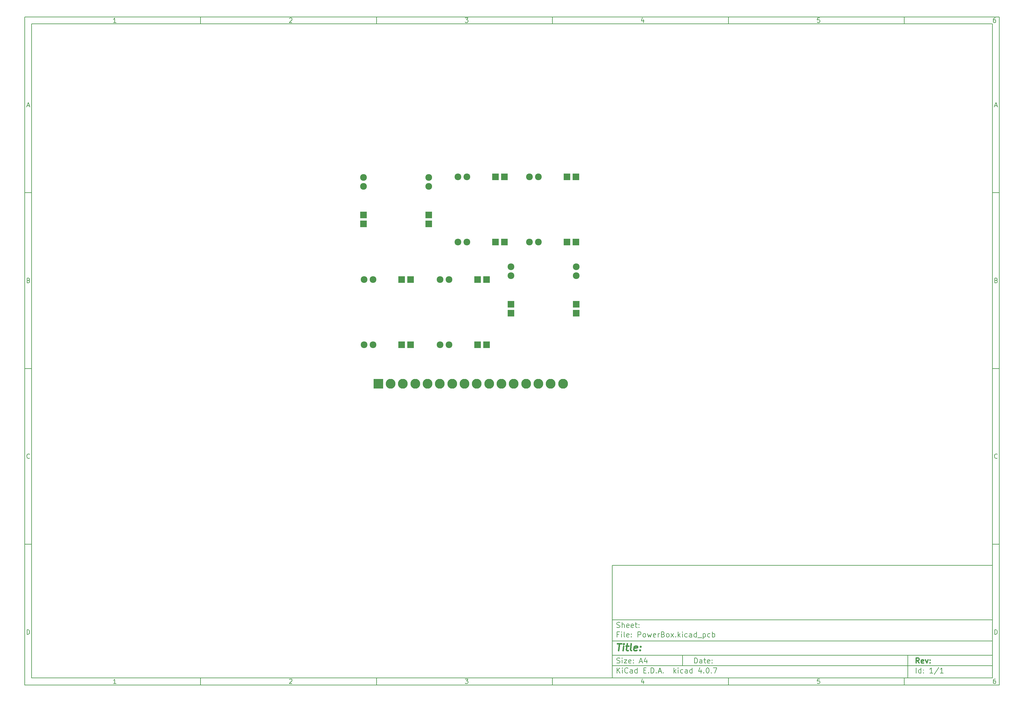
<source format=gts>
G04 #@! TF.FileFunction,Soldermask,Top*
%FSLAX46Y46*%
G04 Gerber Fmt 4.6, Leading zero omitted, Abs format (unit mm)*
G04 Created by KiCad (PCBNEW 4.0.7) date 09/30/17 17:29:36*
%MOMM*%
%LPD*%
G01*
G04 APERTURE LIST*
%ADD10C,0.100000*%
%ADD11C,0.150000*%
%ADD12C,0.300000*%
%ADD13C,0.400000*%
%ADD14R,2.800000X2.800000*%
%ADD15C,2.800000*%
%ADD16C,1.924000*%
%ADD17R,1.924000X1.924000*%
G04 APERTURE END LIST*
D10*
D11*
X177002200Y-166007200D02*
X177002200Y-198007200D01*
X285002200Y-198007200D01*
X285002200Y-166007200D01*
X177002200Y-166007200D01*
D10*
D11*
X10000000Y-10000000D02*
X10000000Y-200007200D01*
X287002200Y-200007200D01*
X287002200Y-10000000D01*
X10000000Y-10000000D01*
D10*
D11*
X12000000Y-12000000D02*
X12000000Y-198007200D01*
X285002200Y-198007200D01*
X285002200Y-12000000D01*
X12000000Y-12000000D01*
D10*
D11*
X60000000Y-12000000D02*
X60000000Y-10000000D01*
D10*
D11*
X110000000Y-12000000D02*
X110000000Y-10000000D01*
D10*
D11*
X160000000Y-12000000D02*
X160000000Y-10000000D01*
D10*
D11*
X210000000Y-12000000D02*
X210000000Y-10000000D01*
D10*
D11*
X260000000Y-12000000D02*
X260000000Y-10000000D01*
D10*
D11*
X35990476Y-11588095D02*
X35247619Y-11588095D01*
X35619048Y-11588095D02*
X35619048Y-10288095D01*
X35495238Y-10473810D01*
X35371429Y-10597619D01*
X35247619Y-10659524D01*
D10*
D11*
X85247619Y-10411905D02*
X85309524Y-10350000D01*
X85433333Y-10288095D01*
X85742857Y-10288095D01*
X85866667Y-10350000D01*
X85928571Y-10411905D01*
X85990476Y-10535714D01*
X85990476Y-10659524D01*
X85928571Y-10845238D01*
X85185714Y-11588095D01*
X85990476Y-11588095D01*
D10*
D11*
X135185714Y-10288095D02*
X135990476Y-10288095D01*
X135557143Y-10783333D01*
X135742857Y-10783333D01*
X135866667Y-10845238D01*
X135928571Y-10907143D01*
X135990476Y-11030952D01*
X135990476Y-11340476D01*
X135928571Y-11464286D01*
X135866667Y-11526190D01*
X135742857Y-11588095D01*
X135371429Y-11588095D01*
X135247619Y-11526190D01*
X135185714Y-11464286D01*
D10*
D11*
X185866667Y-10721429D02*
X185866667Y-11588095D01*
X185557143Y-10226190D02*
X185247619Y-11154762D01*
X186052381Y-11154762D01*
D10*
D11*
X235928571Y-10288095D02*
X235309524Y-10288095D01*
X235247619Y-10907143D01*
X235309524Y-10845238D01*
X235433333Y-10783333D01*
X235742857Y-10783333D01*
X235866667Y-10845238D01*
X235928571Y-10907143D01*
X235990476Y-11030952D01*
X235990476Y-11340476D01*
X235928571Y-11464286D01*
X235866667Y-11526190D01*
X235742857Y-11588095D01*
X235433333Y-11588095D01*
X235309524Y-11526190D01*
X235247619Y-11464286D01*
D10*
D11*
X285866667Y-10288095D02*
X285619048Y-10288095D01*
X285495238Y-10350000D01*
X285433333Y-10411905D01*
X285309524Y-10597619D01*
X285247619Y-10845238D01*
X285247619Y-11340476D01*
X285309524Y-11464286D01*
X285371429Y-11526190D01*
X285495238Y-11588095D01*
X285742857Y-11588095D01*
X285866667Y-11526190D01*
X285928571Y-11464286D01*
X285990476Y-11340476D01*
X285990476Y-11030952D01*
X285928571Y-10907143D01*
X285866667Y-10845238D01*
X285742857Y-10783333D01*
X285495238Y-10783333D01*
X285371429Y-10845238D01*
X285309524Y-10907143D01*
X285247619Y-11030952D01*
D10*
D11*
X60000000Y-198007200D02*
X60000000Y-200007200D01*
D10*
D11*
X110000000Y-198007200D02*
X110000000Y-200007200D01*
D10*
D11*
X160000000Y-198007200D02*
X160000000Y-200007200D01*
D10*
D11*
X210000000Y-198007200D02*
X210000000Y-200007200D01*
D10*
D11*
X260000000Y-198007200D02*
X260000000Y-200007200D01*
D10*
D11*
X35990476Y-199595295D02*
X35247619Y-199595295D01*
X35619048Y-199595295D02*
X35619048Y-198295295D01*
X35495238Y-198481010D01*
X35371429Y-198604819D01*
X35247619Y-198666724D01*
D10*
D11*
X85247619Y-198419105D02*
X85309524Y-198357200D01*
X85433333Y-198295295D01*
X85742857Y-198295295D01*
X85866667Y-198357200D01*
X85928571Y-198419105D01*
X85990476Y-198542914D01*
X85990476Y-198666724D01*
X85928571Y-198852438D01*
X85185714Y-199595295D01*
X85990476Y-199595295D01*
D10*
D11*
X135185714Y-198295295D02*
X135990476Y-198295295D01*
X135557143Y-198790533D01*
X135742857Y-198790533D01*
X135866667Y-198852438D01*
X135928571Y-198914343D01*
X135990476Y-199038152D01*
X135990476Y-199347676D01*
X135928571Y-199471486D01*
X135866667Y-199533390D01*
X135742857Y-199595295D01*
X135371429Y-199595295D01*
X135247619Y-199533390D01*
X135185714Y-199471486D01*
D10*
D11*
X185866667Y-198728629D02*
X185866667Y-199595295D01*
X185557143Y-198233390D02*
X185247619Y-199161962D01*
X186052381Y-199161962D01*
D10*
D11*
X235928571Y-198295295D02*
X235309524Y-198295295D01*
X235247619Y-198914343D01*
X235309524Y-198852438D01*
X235433333Y-198790533D01*
X235742857Y-198790533D01*
X235866667Y-198852438D01*
X235928571Y-198914343D01*
X235990476Y-199038152D01*
X235990476Y-199347676D01*
X235928571Y-199471486D01*
X235866667Y-199533390D01*
X235742857Y-199595295D01*
X235433333Y-199595295D01*
X235309524Y-199533390D01*
X235247619Y-199471486D01*
D10*
D11*
X285866667Y-198295295D02*
X285619048Y-198295295D01*
X285495238Y-198357200D01*
X285433333Y-198419105D01*
X285309524Y-198604819D01*
X285247619Y-198852438D01*
X285247619Y-199347676D01*
X285309524Y-199471486D01*
X285371429Y-199533390D01*
X285495238Y-199595295D01*
X285742857Y-199595295D01*
X285866667Y-199533390D01*
X285928571Y-199471486D01*
X285990476Y-199347676D01*
X285990476Y-199038152D01*
X285928571Y-198914343D01*
X285866667Y-198852438D01*
X285742857Y-198790533D01*
X285495238Y-198790533D01*
X285371429Y-198852438D01*
X285309524Y-198914343D01*
X285247619Y-199038152D01*
D10*
D11*
X10000000Y-60000000D02*
X12000000Y-60000000D01*
D10*
D11*
X10000000Y-110000000D02*
X12000000Y-110000000D01*
D10*
D11*
X10000000Y-160000000D02*
X12000000Y-160000000D01*
D10*
D11*
X10690476Y-35216667D02*
X11309524Y-35216667D01*
X10566667Y-35588095D02*
X11000000Y-34288095D01*
X11433333Y-35588095D01*
D10*
D11*
X11092857Y-84907143D02*
X11278571Y-84969048D01*
X11340476Y-85030952D01*
X11402381Y-85154762D01*
X11402381Y-85340476D01*
X11340476Y-85464286D01*
X11278571Y-85526190D01*
X11154762Y-85588095D01*
X10659524Y-85588095D01*
X10659524Y-84288095D01*
X11092857Y-84288095D01*
X11216667Y-84350000D01*
X11278571Y-84411905D01*
X11340476Y-84535714D01*
X11340476Y-84659524D01*
X11278571Y-84783333D01*
X11216667Y-84845238D01*
X11092857Y-84907143D01*
X10659524Y-84907143D01*
D10*
D11*
X11402381Y-135464286D02*
X11340476Y-135526190D01*
X11154762Y-135588095D01*
X11030952Y-135588095D01*
X10845238Y-135526190D01*
X10721429Y-135402381D01*
X10659524Y-135278571D01*
X10597619Y-135030952D01*
X10597619Y-134845238D01*
X10659524Y-134597619D01*
X10721429Y-134473810D01*
X10845238Y-134350000D01*
X11030952Y-134288095D01*
X11154762Y-134288095D01*
X11340476Y-134350000D01*
X11402381Y-134411905D01*
D10*
D11*
X10659524Y-185588095D02*
X10659524Y-184288095D01*
X10969048Y-184288095D01*
X11154762Y-184350000D01*
X11278571Y-184473810D01*
X11340476Y-184597619D01*
X11402381Y-184845238D01*
X11402381Y-185030952D01*
X11340476Y-185278571D01*
X11278571Y-185402381D01*
X11154762Y-185526190D01*
X10969048Y-185588095D01*
X10659524Y-185588095D01*
D10*
D11*
X287002200Y-60000000D02*
X285002200Y-60000000D01*
D10*
D11*
X287002200Y-110000000D02*
X285002200Y-110000000D01*
D10*
D11*
X287002200Y-160000000D02*
X285002200Y-160000000D01*
D10*
D11*
X285692676Y-35216667D02*
X286311724Y-35216667D01*
X285568867Y-35588095D02*
X286002200Y-34288095D01*
X286435533Y-35588095D01*
D10*
D11*
X286095057Y-84907143D02*
X286280771Y-84969048D01*
X286342676Y-85030952D01*
X286404581Y-85154762D01*
X286404581Y-85340476D01*
X286342676Y-85464286D01*
X286280771Y-85526190D01*
X286156962Y-85588095D01*
X285661724Y-85588095D01*
X285661724Y-84288095D01*
X286095057Y-84288095D01*
X286218867Y-84350000D01*
X286280771Y-84411905D01*
X286342676Y-84535714D01*
X286342676Y-84659524D01*
X286280771Y-84783333D01*
X286218867Y-84845238D01*
X286095057Y-84907143D01*
X285661724Y-84907143D01*
D10*
D11*
X286404581Y-135464286D02*
X286342676Y-135526190D01*
X286156962Y-135588095D01*
X286033152Y-135588095D01*
X285847438Y-135526190D01*
X285723629Y-135402381D01*
X285661724Y-135278571D01*
X285599819Y-135030952D01*
X285599819Y-134845238D01*
X285661724Y-134597619D01*
X285723629Y-134473810D01*
X285847438Y-134350000D01*
X286033152Y-134288095D01*
X286156962Y-134288095D01*
X286342676Y-134350000D01*
X286404581Y-134411905D01*
D10*
D11*
X285661724Y-185588095D02*
X285661724Y-184288095D01*
X285971248Y-184288095D01*
X286156962Y-184350000D01*
X286280771Y-184473810D01*
X286342676Y-184597619D01*
X286404581Y-184845238D01*
X286404581Y-185030952D01*
X286342676Y-185278571D01*
X286280771Y-185402381D01*
X286156962Y-185526190D01*
X285971248Y-185588095D01*
X285661724Y-185588095D01*
D10*
D11*
X200359343Y-193785771D02*
X200359343Y-192285771D01*
X200716486Y-192285771D01*
X200930771Y-192357200D01*
X201073629Y-192500057D01*
X201145057Y-192642914D01*
X201216486Y-192928629D01*
X201216486Y-193142914D01*
X201145057Y-193428629D01*
X201073629Y-193571486D01*
X200930771Y-193714343D01*
X200716486Y-193785771D01*
X200359343Y-193785771D01*
X202502200Y-193785771D02*
X202502200Y-193000057D01*
X202430771Y-192857200D01*
X202287914Y-192785771D01*
X202002200Y-192785771D01*
X201859343Y-192857200D01*
X202502200Y-193714343D02*
X202359343Y-193785771D01*
X202002200Y-193785771D01*
X201859343Y-193714343D01*
X201787914Y-193571486D01*
X201787914Y-193428629D01*
X201859343Y-193285771D01*
X202002200Y-193214343D01*
X202359343Y-193214343D01*
X202502200Y-193142914D01*
X203002200Y-192785771D02*
X203573629Y-192785771D01*
X203216486Y-192285771D02*
X203216486Y-193571486D01*
X203287914Y-193714343D01*
X203430772Y-193785771D01*
X203573629Y-193785771D01*
X204645057Y-193714343D02*
X204502200Y-193785771D01*
X204216486Y-193785771D01*
X204073629Y-193714343D01*
X204002200Y-193571486D01*
X204002200Y-193000057D01*
X204073629Y-192857200D01*
X204216486Y-192785771D01*
X204502200Y-192785771D01*
X204645057Y-192857200D01*
X204716486Y-193000057D01*
X204716486Y-193142914D01*
X204002200Y-193285771D01*
X205359343Y-193642914D02*
X205430771Y-193714343D01*
X205359343Y-193785771D01*
X205287914Y-193714343D01*
X205359343Y-193642914D01*
X205359343Y-193785771D01*
X205359343Y-192857200D02*
X205430771Y-192928629D01*
X205359343Y-193000057D01*
X205287914Y-192928629D01*
X205359343Y-192857200D01*
X205359343Y-193000057D01*
D10*
D11*
X177002200Y-194507200D02*
X285002200Y-194507200D01*
D10*
D11*
X178359343Y-196585771D02*
X178359343Y-195085771D01*
X179216486Y-196585771D02*
X178573629Y-195728629D01*
X179216486Y-195085771D02*
X178359343Y-195942914D01*
X179859343Y-196585771D02*
X179859343Y-195585771D01*
X179859343Y-195085771D02*
X179787914Y-195157200D01*
X179859343Y-195228629D01*
X179930771Y-195157200D01*
X179859343Y-195085771D01*
X179859343Y-195228629D01*
X181430772Y-196442914D02*
X181359343Y-196514343D01*
X181145057Y-196585771D01*
X181002200Y-196585771D01*
X180787915Y-196514343D01*
X180645057Y-196371486D01*
X180573629Y-196228629D01*
X180502200Y-195942914D01*
X180502200Y-195728629D01*
X180573629Y-195442914D01*
X180645057Y-195300057D01*
X180787915Y-195157200D01*
X181002200Y-195085771D01*
X181145057Y-195085771D01*
X181359343Y-195157200D01*
X181430772Y-195228629D01*
X182716486Y-196585771D02*
X182716486Y-195800057D01*
X182645057Y-195657200D01*
X182502200Y-195585771D01*
X182216486Y-195585771D01*
X182073629Y-195657200D01*
X182716486Y-196514343D02*
X182573629Y-196585771D01*
X182216486Y-196585771D01*
X182073629Y-196514343D01*
X182002200Y-196371486D01*
X182002200Y-196228629D01*
X182073629Y-196085771D01*
X182216486Y-196014343D01*
X182573629Y-196014343D01*
X182716486Y-195942914D01*
X184073629Y-196585771D02*
X184073629Y-195085771D01*
X184073629Y-196514343D02*
X183930772Y-196585771D01*
X183645058Y-196585771D01*
X183502200Y-196514343D01*
X183430772Y-196442914D01*
X183359343Y-196300057D01*
X183359343Y-195871486D01*
X183430772Y-195728629D01*
X183502200Y-195657200D01*
X183645058Y-195585771D01*
X183930772Y-195585771D01*
X184073629Y-195657200D01*
X185930772Y-195800057D02*
X186430772Y-195800057D01*
X186645058Y-196585771D02*
X185930772Y-196585771D01*
X185930772Y-195085771D01*
X186645058Y-195085771D01*
X187287915Y-196442914D02*
X187359343Y-196514343D01*
X187287915Y-196585771D01*
X187216486Y-196514343D01*
X187287915Y-196442914D01*
X187287915Y-196585771D01*
X188002201Y-196585771D02*
X188002201Y-195085771D01*
X188359344Y-195085771D01*
X188573629Y-195157200D01*
X188716487Y-195300057D01*
X188787915Y-195442914D01*
X188859344Y-195728629D01*
X188859344Y-195942914D01*
X188787915Y-196228629D01*
X188716487Y-196371486D01*
X188573629Y-196514343D01*
X188359344Y-196585771D01*
X188002201Y-196585771D01*
X189502201Y-196442914D02*
X189573629Y-196514343D01*
X189502201Y-196585771D01*
X189430772Y-196514343D01*
X189502201Y-196442914D01*
X189502201Y-196585771D01*
X190145058Y-196157200D02*
X190859344Y-196157200D01*
X190002201Y-196585771D02*
X190502201Y-195085771D01*
X191002201Y-196585771D01*
X191502201Y-196442914D02*
X191573629Y-196514343D01*
X191502201Y-196585771D01*
X191430772Y-196514343D01*
X191502201Y-196442914D01*
X191502201Y-196585771D01*
X194502201Y-196585771D02*
X194502201Y-195085771D01*
X194645058Y-196014343D02*
X195073629Y-196585771D01*
X195073629Y-195585771D02*
X194502201Y-196157200D01*
X195716487Y-196585771D02*
X195716487Y-195585771D01*
X195716487Y-195085771D02*
X195645058Y-195157200D01*
X195716487Y-195228629D01*
X195787915Y-195157200D01*
X195716487Y-195085771D01*
X195716487Y-195228629D01*
X197073630Y-196514343D02*
X196930773Y-196585771D01*
X196645059Y-196585771D01*
X196502201Y-196514343D01*
X196430773Y-196442914D01*
X196359344Y-196300057D01*
X196359344Y-195871486D01*
X196430773Y-195728629D01*
X196502201Y-195657200D01*
X196645059Y-195585771D01*
X196930773Y-195585771D01*
X197073630Y-195657200D01*
X198359344Y-196585771D02*
X198359344Y-195800057D01*
X198287915Y-195657200D01*
X198145058Y-195585771D01*
X197859344Y-195585771D01*
X197716487Y-195657200D01*
X198359344Y-196514343D02*
X198216487Y-196585771D01*
X197859344Y-196585771D01*
X197716487Y-196514343D01*
X197645058Y-196371486D01*
X197645058Y-196228629D01*
X197716487Y-196085771D01*
X197859344Y-196014343D01*
X198216487Y-196014343D01*
X198359344Y-195942914D01*
X199716487Y-196585771D02*
X199716487Y-195085771D01*
X199716487Y-196514343D02*
X199573630Y-196585771D01*
X199287916Y-196585771D01*
X199145058Y-196514343D01*
X199073630Y-196442914D01*
X199002201Y-196300057D01*
X199002201Y-195871486D01*
X199073630Y-195728629D01*
X199145058Y-195657200D01*
X199287916Y-195585771D01*
X199573630Y-195585771D01*
X199716487Y-195657200D01*
X202216487Y-195585771D02*
X202216487Y-196585771D01*
X201859344Y-195014343D02*
X201502201Y-196085771D01*
X202430773Y-196085771D01*
X203002201Y-196442914D02*
X203073629Y-196514343D01*
X203002201Y-196585771D01*
X202930772Y-196514343D01*
X203002201Y-196442914D01*
X203002201Y-196585771D01*
X204002201Y-195085771D02*
X204145058Y-195085771D01*
X204287915Y-195157200D01*
X204359344Y-195228629D01*
X204430773Y-195371486D01*
X204502201Y-195657200D01*
X204502201Y-196014343D01*
X204430773Y-196300057D01*
X204359344Y-196442914D01*
X204287915Y-196514343D01*
X204145058Y-196585771D01*
X204002201Y-196585771D01*
X203859344Y-196514343D01*
X203787915Y-196442914D01*
X203716487Y-196300057D01*
X203645058Y-196014343D01*
X203645058Y-195657200D01*
X203716487Y-195371486D01*
X203787915Y-195228629D01*
X203859344Y-195157200D01*
X204002201Y-195085771D01*
X205145058Y-196442914D02*
X205216486Y-196514343D01*
X205145058Y-196585771D01*
X205073629Y-196514343D01*
X205145058Y-196442914D01*
X205145058Y-196585771D01*
X205716487Y-195085771D02*
X206716487Y-195085771D01*
X206073630Y-196585771D01*
D10*
D11*
X177002200Y-191507200D02*
X285002200Y-191507200D01*
D10*
D12*
X264216486Y-193785771D02*
X263716486Y-193071486D01*
X263359343Y-193785771D02*
X263359343Y-192285771D01*
X263930771Y-192285771D01*
X264073629Y-192357200D01*
X264145057Y-192428629D01*
X264216486Y-192571486D01*
X264216486Y-192785771D01*
X264145057Y-192928629D01*
X264073629Y-193000057D01*
X263930771Y-193071486D01*
X263359343Y-193071486D01*
X265430771Y-193714343D02*
X265287914Y-193785771D01*
X265002200Y-193785771D01*
X264859343Y-193714343D01*
X264787914Y-193571486D01*
X264787914Y-193000057D01*
X264859343Y-192857200D01*
X265002200Y-192785771D01*
X265287914Y-192785771D01*
X265430771Y-192857200D01*
X265502200Y-193000057D01*
X265502200Y-193142914D01*
X264787914Y-193285771D01*
X266002200Y-192785771D02*
X266359343Y-193785771D01*
X266716485Y-192785771D01*
X267287914Y-193642914D02*
X267359342Y-193714343D01*
X267287914Y-193785771D01*
X267216485Y-193714343D01*
X267287914Y-193642914D01*
X267287914Y-193785771D01*
X267287914Y-192857200D02*
X267359342Y-192928629D01*
X267287914Y-193000057D01*
X267216485Y-192928629D01*
X267287914Y-192857200D01*
X267287914Y-193000057D01*
D10*
D11*
X178287914Y-193714343D02*
X178502200Y-193785771D01*
X178859343Y-193785771D01*
X179002200Y-193714343D01*
X179073629Y-193642914D01*
X179145057Y-193500057D01*
X179145057Y-193357200D01*
X179073629Y-193214343D01*
X179002200Y-193142914D01*
X178859343Y-193071486D01*
X178573629Y-193000057D01*
X178430771Y-192928629D01*
X178359343Y-192857200D01*
X178287914Y-192714343D01*
X178287914Y-192571486D01*
X178359343Y-192428629D01*
X178430771Y-192357200D01*
X178573629Y-192285771D01*
X178930771Y-192285771D01*
X179145057Y-192357200D01*
X179787914Y-193785771D02*
X179787914Y-192785771D01*
X179787914Y-192285771D02*
X179716485Y-192357200D01*
X179787914Y-192428629D01*
X179859342Y-192357200D01*
X179787914Y-192285771D01*
X179787914Y-192428629D01*
X180359343Y-192785771D02*
X181145057Y-192785771D01*
X180359343Y-193785771D01*
X181145057Y-193785771D01*
X182287914Y-193714343D02*
X182145057Y-193785771D01*
X181859343Y-193785771D01*
X181716486Y-193714343D01*
X181645057Y-193571486D01*
X181645057Y-193000057D01*
X181716486Y-192857200D01*
X181859343Y-192785771D01*
X182145057Y-192785771D01*
X182287914Y-192857200D01*
X182359343Y-193000057D01*
X182359343Y-193142914D01*
X181645057Y-193285771D01*
X183002200Y-193642914D02*
X183073628Y-193714343D01*
X183002200Y-193785771D01*
X182930771Y-193714343D01*
X183002200Y-193642914D01*
X183002200Y-193785771D01*
X183002200Y-192857200D02*
X183073628Y-192928629D01*
X183002200Y-193000057D01*
X182930771Y-192928629D01*
X183002200Y-192857200D01*
X183002200Y-193000057D01*
X184787914Y-193357200D02*
X185502200Y-193357200D01*
X184645057Y-193785771D02*
X185145057Y-192285771D01*
X185645057Y-193785771D01*
X186787914Y-192785771D02*
X186787914Y-193785771D01*
X186430771Y-192214343D02*
X186073628Y-193285771D01*
X187002200Y-193285771D01*
D10*
D11*
X263359343Y-196585771D02*
X263359343Y-195085771D01*
X264716486Y-196585771D02*
X264716486Y-195085771D01*
X264716486Y-196514343D02*
X264573629Y-196585771D01*
X264287915Y-196585771D01*
X264145057Y-196514343D01*
X264073629Y-196442914D01*
X264002200Y-196300057D01*
X264002200Y-195871486D01*
X264073629Y-195728629D01*
X264145057Y-195657200D01*
X264287915Y-195585771D01*
X264573629Y-195585771D01*
X264716486Y-195657200D01*
X265430772Y-196442914D02*
X265502200Y-196514343D01*
X265430772Y-196585771D01*
X265359343Y-196514343D01*
X265430772Y-196442914D01*
X265430772Y-196585771D01*
X265430772Y-195657200D02*
X265502200Y-195728629D01*
X265430772Y-195800057D01*
X265359343Y-195728629D01*
X265430772Y-195657200D01*
X265430772Y-195800057D01*
X268073629Y-196585771D02*
X267216486Y-196585771D01*
X267645058Y-196585771D02*
X267645058Y-195085771D01*
X267502201Y-195300057D01*
X267359343Y-195442914D01*
X267216486Y-195514343D01*
X269787914Y-195014343D02*
X268502200Y-196942914D01*
X271073629Y-196585771D02*
X270216486Y-196585771D01*
X270645058Y-196585771D02*
X270645058Y-195085771D01*
X270502201Y-195300057D01*
X270359343Y-195442914D01*
X270216486Y-195514343D01*
D10*
D11*
X177002200Y-187507200D02*
X285002200Y-187507200D01*
D10*
D13*
X178454581Y-188211962D02*
X179597438Y-188211962D01*
X178776010Y-190211962D02*
X179026010Y-188211962D01*
X180014105Y-190211962D02*
X180180771Y-188878629D01*
X180264105Y-188211962D02*
X180156962Y-188307200D01*
X180240295Y-188402438D01*
X180347439Y-188307200D01*
X180264105Y-188211962D01*
X180240295Y-188402438D01*
X180847438Y-188878629D02*
X181609343Y-188878629D01*
X181216486Y-188211962D02*
X181002200Y-189926248D01*
X181073630Y-190116724D01*
X181252201Y-190211962D01*
X181442677Y-190211962D01*
X182395058Y-190211962D02*
X182216487Y-190116724D01*
X182145057Y-189926248D01*
X182359343Y-188211962D01*
X183930772Y-190116724D02*
X183728391Y-190211962D01*
X183347439Y-190211962D01*
X183168867Y-190116724D01*
X183097438Y-189926248D01*
X183192676Y-189164343D01*
X183311724Y-188973867D01*
X183514105Y-188878629D01*
X183895057Y-188878629D01*
X184073629Y-188973867D01*
X184145057Y-189164343D01*
X184121248Y-189354819D01*
X183145057Y-189545295D01*
X184895057Y-190021486D02*
X184978392Y-190116724D01*
X184871248Y-190211962D01*
X184787915Y-190116724D01*
X184895057Y-190021486D01*
X184871248Y-190211962D01*
X185026010Y-188973867D02*
X185109344Y-189069105D01*
X185002200Y-189164343D01*
X184918867Y-189069105D01*
X185026010Y-188973867D01*
X185002200Y-189164343D01*
D10*
D11*
X178859343Y-185600057D02*
X178359343Y-185600057D01*
X178359343Y-186385771D02*
X178359343Y-184885771D01*
X179073629Y-184885771D01*
X179645057Y-186385771D02*
X179645057Y-185385771D01*
X179645057Y-184885771D02*
X179573628Y-184957200D01*
X179645057Y-185028629D01*
X179716485Y-184957200D01*
X179645057Y-184885771D01*
X179645057Y-185028629D01*
X180573629Y-186385771D02*
X180430771Y-186314343D01*
X180359343Y-186171486D01*
X180359343Y-184885771D01*
X181716485Y-186314343D02*
X181573628Y-186385771D01*
X181287914Y-186385771D01*
X181145057Y-186314343D01*
X181073628Y-186171486D01*
X181073628Y-185600057D01*
X181145057Y-185457200D01*
X181287914Y-185385771D01*
X181573628Y-185385771D01*
X181716485Y-185457200D01*
X181787914Y-185600057D01*
X181787914Y-185742914D01*
X181073628Y-185885771D01*
X182430771Y-186242914D02*
X182502199Y-186314343D01*
X182430771Y-186385771D01*
X182359342Y-186314343D01*
X182430771Y-186242914D01*
X182430771Y-186385771D01*
X182430771Y-185457200D02*
X182502199Y-185528629D01*
X182430771Y-185600057D01*
X182359342Y-185528629D01*
X182430771Y-185457200D01*
X182430771Y-185600057D01*
X184287914Y-186385771D02*
X184287914Y-184885771D01*
X184859342Y-184885771D01*
X185002200Y-184957200D01*
X185073628Y-185028629D01*
X185145057Y-185171486D01*
X185145057Y-185385771D01*
X185073628Y-185528629D01*
X185002200Y-185600057D01*
X184859342Y-185671486D01*
X184287914Y-185671486D01*
X186002200Y-186385771D02*
X185859342Y-186314343D01*
X185787914Y-186242914D01*
X185716485Y-186100057D01*
X185716485Y-185671486D01*
X185787914Y-185528629D01*
X185859342Y-185457200D01*
X186002200Y-185385771D01*
X186216485Y-185385771D01*
X186359342Y-185457200D01*
X186430771Y-185528629D01*
X186502200Y-185671486D01*
X186502200Y-186100057D01*
X186430771Y-186242914D01*
X186359342Y-186314343D01*
X186216485Y-186385771D01*
X186002200Y-186385771D01*
X187002200Y-185385771D02*
X187287914Y-186385771D01*
X187573628Y-185671486D01*
X187859343Y-186385771D01*
X188145057Y-185385771D01*
X189287914Y-186314343D02*
X189145057Y-186385771D01*
X188859343Y-186385771D01*
X188716486Y-186314343D01*
X188645057Y-186171486D01*
X188645057Y-185600057D01*
X188716486Y-185457200D01*
X188859343Y-185385771D01*
X189145057Y-185385771D01*
X189287914Y-185457200D01*
X189359343Y-185600057D01*
X189359343Y-185742914D01*
X188645057Y-185885771D01*
X190002200Y-186385771D02*
X190002200Y-185385771D01*
X190002200Y-185671486D02*
X190073628Y-185528629D01*
X190145057Y-185457200D01*
X190287914Y-185385771D01*
X190430771Y-185385771D01*
X191430771Y-185600057D02*
X191645057Y-185671486D01*
X191716485Y-185742914D01*
X191787914Y-185885771D01*
X191787914Y-186100057D01*
X191716485Y-186242914D01*
X191645057Y-186314343D01*
X191502199Y-186385771D01*
X190930771Y-186385771D01*
X190930771Y-184885771D01*
X191430771Y-184885771D01*
X191573628Y-184957200D01*
X191645057Y-185028629D01*
X191716485Y-185171486D01*
X191716485Y-185314343D01*
X191645057Y-185457200D01*
X191573628Y-185528629D01*
X191430771Y-185600057D01*
X190930771Y-185600057D01*
X192645057Y-186385771D02*
X192502199Y-186314343D01*
X192430771Y-186242914D01*
X192359342Y-186100057D01*
X192359342Y-185671486D01*
X192430771Y-185528629D01*
X192502199Y-185457200D01*
X192645057Y-185385771D01*
X192859342Y-185385771D01*
X193002199Y-185457200D01*
X193073628Y-185528629D01*
X193145057Y-185671486D01*
X193145057Y-186100057D01*
X193073628Y-186242914D01*
X193002199Y-186314343D01*
X192859342Y-186385771D01*
X192645057Y-186385771D01*
X193645057Y-186385771D02*
X194430771Y-185385771D01*
X193645057Y-185385771D02*
X194430771Y-186385771D01*
X195002200Y-186242914D02*
X195073628Y-186314343D01*
X195002200Y-186385771D01*
X194930771Y-186314343D01*
X195002200Y-186242914D01*
X195002200Y-186385771D01*
X195716486Y-186385771D02*
X195716486Y-184885771D01*
X195859343Y-185814343D02*
X196287914Y-186385771D01*
X196287914Y-185385771D02*
X195716486Y-185957200D01*
X196930772Y-186385771D02*
X196930772Y-185385771D01*
X196930772Y-184885771D02*
X196859343Y-184957200D01*
X196930772Y-185028629D01*
X197002200Y-184957200D01*
X196930772Y-184885771D01*
X196930772Y-185028629D01*
X198287915Y-186314343D02*
X198145058Y-186385771D01*
X197859344Y-186385771D01*
X197716486Y-186314343D01*
X197645058Y-186242914D01*
X197573629Y-186100057D01*
X197573629Y-185671486D01*
X197645058Y-185528629D01*
X197716486Y-185457200D01*
X197859344Y-185385771D01*
X198145058Y-185385771D01*
X198287915Y-185457200D01*
X199573629Y-186385771D02*
X199573629Y-185600057D01*
X199502200Y-185457200D01*
X199359343Y-185385771D01*
X199073629Y-185385771D01*
X198930772Y-185457200D01*
X199573629Y-186314343D02*
X199430772Y-186385771D01*
X199073629Y-186385771D01*
X198930772Y-186314343D01*
X198859343Y-186171486D01*
X198859343Y-186028629D01*
X198930772Y-185885771D01*
X199073629Y-185814343D01*
X199430772Y-185814343D01*
X199573629Y-185742914D01*
X200930772Y-186385771D02*
X200930772Y-184885771D01*
X200930772Y-186314343D02*
X200787915Y-186385771D01*
X200502201Y-186385771D01*
X200359343Y-186314343D01*
X200287915Y-186242914D01*
X200216486Y-186100057D01*
X200216486Y-185671486D01*
X200287915Y-185528629D01*
X200359343Y-185457200D01*
X200502201Y-185385771D01*
X200787915Y-185385771D01*
X200930772Y-185457200D01*
X201287915Y-186528629D02*
X202430772Y-186528629D01*
X202787915Y-185385771D02*
X202787915Y-186885771D01*
X202787915Y-185457200D02*
X202930772Y-185385771D01*
X203216486Y-185385771D01*
X203359343Y-185457200D01*
X203430772Y-185528629D01*
X203502201Y-185671486D01*
X203502201Y-186100057D01*
X203430772Y-186242914D01*
X203359343Y-186314343D01*
X203216486Y-186385771D01*
X202930772Y-186385771D01*
X202787915Y-186314343D01*
X204787915Y-186314343D02*
X204645058Y-186385771D01*
X204359344Y-186385771D01*
X204216486Y-186314343D01*
X204145058Y-186242914D01*
X204073629Y-186100057D01*
X204073629Y-185671486D01*
X204145058Y-185528629D01*
X204216486Y-185457200D01*
X204359344Y-185385771D01*
X204645058Y-185385771D01*
X204787915Y-185457200D01*
X205430772Y-186385771D02*
X205430772Y-184885771D01*
X205430772Y-185457200D02*
X205573629Y-185385771D01*
X205859343Y-185385771D01*
X206002200Y-185457200D01*
X206073629Y-185528629D01*
X206145058Y-185671486D01*
X206145058Y-186100057D01*
X206073629Y-186242914D01*
X206002200Y-186314343D01*
X205859343Y-186385771D01*
X205573629Y-186385771D01*
X205430772Y-186314343D01*
D10*
D11*
X177002200Y-181507200D02*
X285002200Y-181507200D01*
D10*
D11*
X178287914Y-183614343D02*
X178502200Y-183685771D01*
X178859343Y-183685771D01*
X179002200Y-183614343D01*
X179073629Y-183542914D01*
X179145057Y-183400057D01*
X179145057Y-183257200D01*
X179073629Y-183114343D01*
X179002200Y-183042914D01*
X178859343Y-182971486D01*
X178573629Y-182900057D01*
X178430771Y-182828629D01*
X178359343Y-182757200D01*
X178287914Y-182614343D01*
X178287914Y-182471486D01*
X178359343Y-182328629D01*
X178430771Y-182257200D01*
X178573629Y-182185771D01*
X178930771Y-182185771D01*
X179145057Y-182257200D01*
X179787914Y-183685771D02*
X179787914Y-182185771D01*
X180430771Y-183685771D02*
X180430771Y-182900057D01*
X180359342Y-182757200D01*
X180216485Y-182685771D01*
X180002200Y-182685771D01*
X179859342Y-182757200D01*
X179787914Y-182828629D01*
X181716485Y-183614343D02*
X181573628Y-183685771D01*
X181287914Y-183685771D01*
X181145057Y-183614343D01*
X181073628Y-183471486D01*
X181073628Y-182900057D01*
X181145057Y-182757200D01*
X181287914Y-182685771D01*
X181573628Y-182685771D01*
X181716485Y-182757200D01*
X181787914Y-182900057D01*
X181787914Y-183042914D01*
X181073628Y-183185771D01*
X183002199Y-183614343D02*
X182859342Y-183685771D01*
X182573628Y-183685771D01*
X182430771Y-183614343D01*
X182359342Y-183471486D01*
X182359342Y-182900057D01*
X182430771Y-182757200D01*
X182573628Y-182685771D01*
X182859342Y-182685771D01*
X183002199Y-182757200D01*
X183073628Y-182900057D01*
X183073628Y-183042914D01*
X182359342Y-183185771D01*
X183502199Y-182685771D02*
X184073628Y-182685771D01*
X183716485Y-182185771D02*
X183716485Y-183471486D01*
X183787913Y-183614343D01*
X183930771Y-183685771D01*
X184073628Y-183685771D01*
X184573628Y-183542914D02*
X184645056Y-183614343D01*
X184573628Y-183685771D01*
X184502199Y-183614343D01*
X184573628Y-183542914D01*
X184573628Y-183685771D01*
X184573628Y-182757200D02*
X184645056Y-182828629D01*
X184573628Y-182900057D01*
X184502199Y-182828629D01*
X184573628Y-182757200D01*
X184573628Y-182900057D01*
D10*
D11*
X197002200Y-191507200D02*
X197002200Y-194507200D01*
D10*
D11*
X261002200Y-191507200D02*
X261002200Y-198007200D01*
D14*
X110490000Y-114300000D03*
D15*
X113990000Y-114300000D03*
X117490000Y-114300000D03*
X120990000Y-114300000D03*
X124490000Y-114300000D03*
X127990000Y-114300000D03*
X131490000Y-114300000D03*
X134990000Y-114300000D03*
X138490000Y-114300000D03*
X141990000Y-114300000D03*
X145490000Y-114300000D03*
X148990000Y-114300000D03*
X152490000Y-114300000D03*
X155990000Y-114300000D03*
X159490000Y-114300000D03*
X162990000Y-114300000D03*
D16*
X106426000Y-84709000D03*
X108966000Y-84709000D03*
D17*
X119634000Y-84709000D03*
X117094000Y-84709000D03*
X119634000Y-103251000D03*
X117094000Y-103251000D03*
D16*
X108966000Y-103251000D03*
X106426000Y-103251000D03*
X124841000Y-55626000D03*
X124841000Y-58166000D03*
D17*
X124841000Y-68834000D03*
X124841000Y-66294000D03*
X106299000Y-68834000D03*
X106299000Y-66294000D03*
D16*
X106299000Y-58166000D03*
X106299000Y-55626000D03*
X128016000Y-84709000D03*
X130556000Y-84709000D03*
D17*
X141224000Y-84709000D03*
X138684000Y-84709000D03*
X141224000Y-103251000D03*
X138684000Y-103251000D03*
D16*
X130556000Y-103251000D03*
X128016000Y-103251000D03*
X133096000Y-55499000D03*
X135636000Y-55499000D03*
D17*
X146304000Y-55499000D03*
X143764000Y-55499000D03*
X146304000Y-74041000D03*
X143764000Y-74041000D03*
D16*
X135636000Y-74041000D03*
X133096000Y-74041000D03*
X153416000Y-55499000D03*
X155956000Y-55499000D03*
D17*
X166624000Y-55499000D03*
X164084000Y-55499000D03*
X166624000Y-74041000D03*
X164084000Y-74041000D03*
D16*
X155956000Y-74041000D03*
X153416000Y-74041000D03*
X166751000Y-81026000D03*
X166751000Y-83566000D03*
D17*
X166751000Y-94234000D03*
X166751000Y-91694000D03*
X148209000Y-94234000D03*
X148209000Y-91694000D03*
D16*
X148209000Y-83566000D03*
X148209000Y-81026000D03*
M02*

</source>
